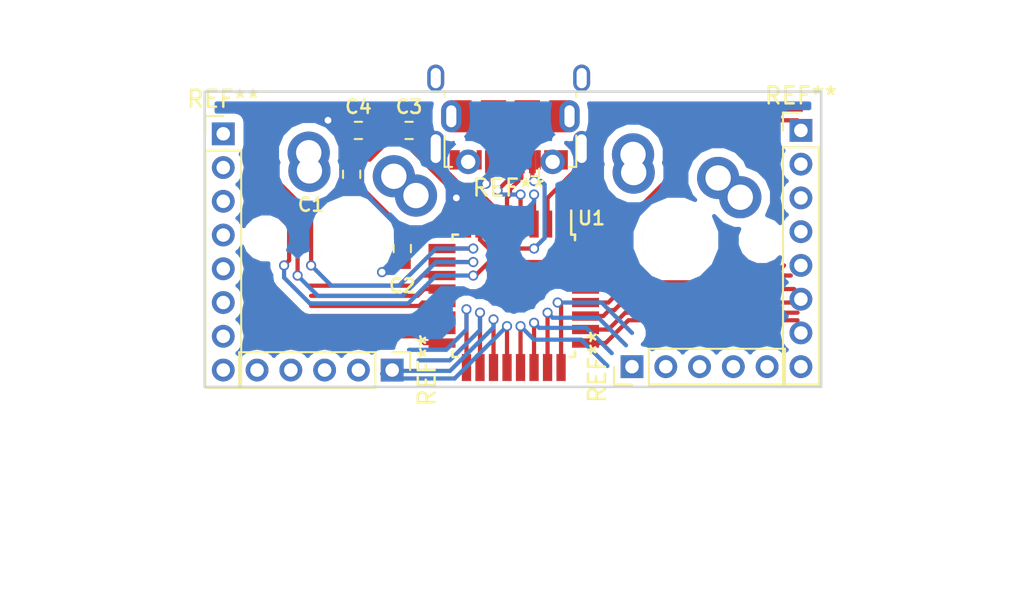
<source format=kicad_pcb>
(kicad_pcb (version 4) (host pcbnew 4.0.7)

  (general
    (links 0)
    (no_connects 5)
    (area -0.075001 -0.075001 36.575001 17.575001)
    (thickness 1.6)
    (drawings 4)
    (tracks 219)
    (zones 0)
    (modules 13)
    (nets 34)
  )

  (page A4)
  (layers
    (0 F.Cu signal)
    (31 B.Cu signal)
    (32 B.Adhes user)
    (33 F.Adhes user)
    (34 B.Paste user)
    (35 F.Paste user)
    (36 B.SilkS user)
    (37 F.SilkS user)
    (38 B.Mask user)
    (39 F.Mask user)
    (40 Dwgs.User user)
    (41 Cmts.User user)
    (42 Eco1.User user)
    (43 Eco2.User user)
    (44 Edge.Cuts user)
    (45 Margin user)
    (46 B.CrtYd user)
    (47 F.CrtYd user)
    (48 B.Fab user)
    (49 F.Fab user)
  )

  (setup
    (last_trace_width 0.25)
    (trace_clearance 0.2)
    (zone_clearance 0.508)
    (zone_45_only no)
    (trace_min 0.2)
    (segment_width 0.2)
    (edge_width 0.15)
    (via_size 0.6)
    (via_drill 0.4)
    (via_min_size 0.4)
    (via_min_drill 0.3)
    (uvia_size 0.3)
    (uvia_drill 0.1)
    (uvias_allowed no)
    (uvia_min_size 0.2)
    (uvia_min_drill 0.1)
    (pcb_text_width 0.3)
    (pcb_text_size 1.5 1.5)
    (mod_edge_width 0.15)
    (mod_text_size 1 1)
    (mod_text_width 0.15)
    (pad_size 1.524 1.524)
    (pad_drill 0.762)
    (pad_to_mask_clearance 0.2)
    (aux_axis_origin 0 0)
    (visible_elements FFFEFF7F)
    (pcbplotparams
      (layerselection 0x00030_80000001)
      (usegerberextensions false)
      (excludeedgelayer true)
      (linewidth 0.100000)
      (plotframeref false)
      (viasonmask false)
      (mode 1)
      (useauxorigin false)
      (hpglpennumber 1)
      (hpglpenspeed 20)
      (hpglpendiameter 15)
      (hpglpenoverlay 2)
      (psnegative false)
      (psa4output false)
      (plotreference true)
      (plotvalue true)
      (plotinvisibletext false)
      (padsonsilk false)
      (subtractmaskfromsilk false)
      (outputformat 1)
      (mirror false)
      (drillshape 1)
      (scaleselection 1)
      (outputdirectory ""))
  )

  (net 0 "")
  (net 1 "Net-(C1-Pad1)")
  (net 2 GND)
  (net 3 +3V3)
  (net 4 "Net-(J1-Pad6)")
  (net 5 "Net-(J1-Pad2)")
  (net 6 "Net-(J1-Pad4)")
  (net 7 "Net-(J1-Pad3)")
  (net 8 "Net-(U1-Pad1)")
  (net 9 "Net-(U1-Pad2)")
  (net 10 "Net-(U1-Pad9)")
  (net 11 "Net-(U1-Pad10)")
  (net 12 "Net-(U1-Pad11)")
  (net 13 "Net-(U1-Pad12)")
  (net 14 "Net-(U1-Pad13)")
  (net 15 "Net-(U1-Pad14)")
  (net 16 "Net-(U1-Pad15)")
  (net 17 "Net-(U1-Pad16)")
  (net 18 "Net-(U1-Pad17)")
  (net 19 "Net-(U1-Pad18)")
  (net 20 "Net-(U1-Pad19)")
  (net 21 "Net-(U1-Pad20)")
  (net 22 "Net-(U1-Pad21)")
  (net 23 "Net-(U1-Pad22)")
  (net 24 "Net-(U1-Pad23)")
  (net 25 "Net-(U1-Pad24)")
  (net 26 "Net-(U1-Pad25)")
  (net 27 "Net-(U1-Pad26)")
  (net 28 "Net-(U1-Pad27)")
  (net 29 "Net-(U1-Pad28)")
  (net 30 "Net-(U1-Pad29)")
  (net 31 "Net-(U1-Pad30)")
  (net 32 "Net-(U1-Pad31)")
  (net 33 "Net-(U1-Pad32)")

  (net_class Default "This is the default net class."
    (clearance 0.2)
    (trace_width 0.25)
    (via_dia 0.6)
    (via_drill 0.4)
    (uvia_dia 0.3)
    (uvia_drill 0.1)
    (add_net +3V3)
    (add_net GND)
    (add_net "Net-(C1-Pad1)")
    (add_net "Net-(J1-Pad2)")
    (add_net "Net-(J1-Pad3)")
    (add_net "Net-(J1-Pad4)")
    (add_net "Net-(J1-Pad6)")
    (add_net "Net-(U1-Pad1)")
    (add_net "Net-(U1-Pad10)")
    (add_net "Net-(U1-Pad11)")
    (add_net "Net-(U1-Pad12)")
    (add_net "Net-(U1-Pad13)")
    (add_net "Net-(U1-Pad14)")
    (add_net "Net-(U1-Pad15)")
    (add_net "Net-(U1-Pad16)")
    (add_net "Net-(U1-Pad17)")
    (add_net "Net-(U1-Pad18)")
    (add_net "Net-(U1-Pad19)")
    (add_net "Net-(U1-Pad2)")
    (add_net "Net-(U1-Pad20)")
    (add_net "Net-(U1-Pad21)")
    (add_net "Net-(U1-Pad22)")
    (add_net "Net-(U1-Pad23)")
    (add_net "Net-(U1-Pad24)")
    (add_net "Net-(U1-Pad25)")
    (add_net "Net-(U1-Pad26)")
    (add_net "Net-(U1-Pad27)")
    (add_net "Net-(U1-Pad28)")
    (add_net "Net-(U1-Pad29)")
    (add_net "Net-(U1-Pad30)")
    (add_net "Net-(U1-Pad31)")
    (add_net "Net-(U1-Pad32)")
    (add_net "Net-(U1-Pad9)")
  )

  (module Connector_PinHeader_2.00mm:PinHeader_1x05_P2.00mm_Vertical (layer F.Cu) (tedit 59FED667) (tstamp 5A78F06D)
    (at 11.1 16.5 270)
    (descr "Through hole straight pin header, 1x05, 2.00mm pitch, single row")
    (tags "Through hole pin header THT 1x05 2.00mm single row")
    (fp_text reference REF** (at 0 -2.06 270) (layer F.SilkS)
      (effects (font (size 1 1) (thickness 0.15)))
    )
    (fp_text value PinHeader_1x05_P2.00mm_Vertical (at 0 10.06 270) (layer F.Fab)
      (effects (font (size 1 1) (thickness 0.15)))
    )
    (fp_line (start -0.5 -1) (end 1 -1) (layer F.Fab) (width 0.1))
    (fp_line (start 1 -1) (end 1 9) (layer F.Fab) (width 0.1))
    (fp_line (start 1 9) (end -1 9) (layer F.Fab) (width 0.1))
    (fp_line (start -1 9) (end -1 -0.5) (layer F.Fab) (width 0.1))
    (fp_line (start -1 -0.5) (end -0.5 -1) (layer F.Fab) (width 0.1))
    (fp_line (start -1.06 9.06) (end 1.06 9.06) (layer F.SilkS) (width 0.12))
    (fp_line (start -1.06 1) (end -1.06 9.06) (layer F.SilkS) (width 0.12))
    (fp_line (start 1.06 1) (end 1.06 9.06) (layer F.SilkS) (width 0.12))
    (fp_line (start -1.06 1) (end 1.06 1) (layer F.SilkS) (width 0.12))
    (fp_line (start -1.06 0) (end -1.06 -1.06) (layer F.SilkS) (width 0.12))
    (fp_line (start -1.06 -1.06) (end 0 -1.06) (layer F.SilkS) (width 0.12))
    (fp_line (start -1.5 -1.5) (end -1.5 9.5) (layer F.CrtYd) (width 0.05))
    (fp_line (start -1.5 9.5) (end 1.5 9.5) (layer F.CrtYd) (width 0.05))
    (fp_line (start 1.5 9.5) (end 1.5 -1.5) (layer F.CrtYd) (width 0.05))
    (fp_line (start 1.5 -1.5) (end -1.5 -1.5) (layer F.CrtYd) (width 0.05))
    (fp_text user %R (at 0 4 360) (layer F.Fab)
      (effects (font (size 1 1) (thickness 0.15)))
    )
    (pad 1 thru_hole rect (at 0 0 270) (size 1.35 1.35) (drill 0.8) (layers *.Cu *.Mask))
    (pad 2 thru_hole oval (at 0 2 270) (size 1.35 1.35) (drill 0.8) (layers *.Cu *.Mask))
    (pad 3 thru_hole oval (at 0 4 270) (size 1.35 1.35) (drill 0.8) (layers *.Cu *.Mask))
    (pad 4 thru_hole oval (at 0 6 270) (size 1.35 1.35) (drill 0.8) (layers *.Cu *.Mask))
    (pad 5 thru_hole oval (at 0 8 270) (size 1.35 1.35) (drill 0.8) (layers *.Cu *.Mask))
    (model ${KISYS3DMOD}/Connector_PinHeader_2.00mm.3dshapes/PinHeader_1x05_P2.00mm_Vertical.wrl
      (at (xyz 0 0 0))
      (scale (xyz 1 1 1))
      (rotate (xyz 0 0 0))
    )
  )

  (module Connector_PinHeader_2.00mm:PinHeader_1x08_P2.00mm_Vertical (layer F.Cu) (tedit 59FED667) (tstamp 5A78F062)
    (at 1.1 2.5)
    (descr "Through hole straight pin header, 1x08, 2.00mm pitch, single row")
    (tags "Through hole pin header THT 1x08 2.00mm single row")
    (fp_text reference REF** (at 0 -2.06) (layer F.SilkS)
      (effects (font (size 1 1) (thickness 0.15)))
    )
    (fp_text value PinHeader_1x08_P2.00mm_Vertical (at 0 16.06) (layer F.Fab)
      (effects (font (size 1 1) (thickness 0.15)))
    )
    (fp_line (start -0.5 -1) (end 1 -1) (layer F.Fab) (width 0.1))
    (fp_line (start 1 -1) (end 1 15) (layer F.Fab) (width 0.1))
    (fp_line (start 1 15) (end -1 15) (layer F.Fab) (width 0.1))
    (fp_line (start -1 15) (end -1 -0.5) (layer F.Fab) (width 0.1))
    (fp_line (start -1 -0.5) (end -0.5 -1) (layer F.Fab) (width 0.1))
    (fp_line (start -1.06 15.06) (end 1.06 15.06) (layer F.SilkS) (width 0.12))
    (fp_line (start -1.06 1) (end -1.06 15.06) (layer F.SilkS) (width 0.12))
    (fp_line (start 1.06 1) (end 1.06 15.06) (layer F.SilkS) (width 0.12))
    (fp_line (start -1.06 1) (end 1.06 1) (layer F.SilkS) (width 0.12))
    (fp_line (start -1.06 0) (end -1.06 -1.06) (layer F.SilkS) (width 0.12))
    (fp_line (start -1.06 -1.06) (end 0 -1.06) (layer F.SilkS) (width 0.12))
    (fp_line (start -1.5 -1.5) (end -1.5 15.5) (layer F.CrtYd) (width 0.05))
    (fp_line (start -1.5 15.5) (end 1.5 15.5) (layer F.CrtYd) (width 0.05))
    (fp_line (start 1.5 15.5) (end 1.5 -1.5) (layer F.CrtYd) (width 0.05))
    (fp_line (start 1.5 -1.5) (end -1.5 -1.5) (layer F.CrtYd) (width 0.05))
    (fp_text user %R (at 0 7 90) (layer F.Fab)
      (effects (font (size 1 1) (thickness 0.15)))
    )
    (pad 1 thru_hole rect (at 0 0) (size 1.35 1.35) (drill 0.8) (layers *.Cu *.Mask))
    (pad 2 thru_hole oval (at 0 2) (size 1.35 1.35) (drill 0.8) (layers *.Cu *.Mask))
    (pad 3 thru_hole oval (at 0 4) (size 1.35 1.35) (drill 0.8) (layers *.Cu *.Mask))
    (pad 4 thru_hole oval (at 0 6) (size 1.35 1.35) (drill 0.8) (layers *.Cu *.Mask))
    (pad 5 thru_hole oval (at 0 8) (size 1.35 1.35) (drill 0.8) (layers *.Cu *.Mask))
    (pad 6 thru_hole oval (at 0 10) (size 1.35 1.35) (drill 0.8) (layers *.Cu *.Mask))
    (pad 7 thru_hole oval (at 0 12) (size 1.35 1.35) (drill 0.8) (layers *.Cu *.Mask))
    (pad 8 thru_hole oval (at 0 14) (size 1.35 1.35) (drill 0.8) (layers *.Cu *.Mask))
    (model ${KISYS3DMOD}/Connector_PinHeader_2.00mm.3dshapes/PinHeader_1x08_P2.00mm_Vertical.wrl
      (at (xyz 0 0 0))
      (scale (xyz 1 1 1))
      (rotate (xyz 0 0 0))
    )
  )

  (module key_switch:Cherry_MX_Matias_No_Silk_Border (layer F.Cu) (tedit 5A777BF6) (tstamp 5A788797)
    (at 27.9 8.8)
    (tags switch)
    (fp_text reference K1_1 (at 0 6) (layer Cmts.User)
      (effects (font (thickness 0.3048)))
    )
    (fp_text value SW_PUSH (at 1 3.5) (layer B.Fab) hide
      (effects (font (thickness 0.3048)) (justify mirror))
    )
    (pad "" np_thru_hole circle (at 5.08 0) (size 1.7 1.7) (drill 1.7) (layers *.Cu *.Mask F.SilkS))
    (pad 2 thru_hole circle (at 2.5 -3.683) (size 2.5 2.5) (drill 1.5) (layers *.Cu *.Mask))
    (pad 2 thru_hole circle (at 3.81 -2.54) (size 2.5 2.5) (drill 1.5) (layers *.Cu *.Mask))
    (pad "" np_thru_hole circle (at 0 0) (size 4 4) (drill 4) (layers *.Cu *.Mask F.SilkS))
    (pad 1 thru_hole circle (at -2.54 -5.08) (size 2.5 2.5) (drill 1.5) (layers *.Cu *.Mask))
    (pad 1 thru_hole circle (at -2.5 -4) (size 2.5 2.5) (drill 1.5) (layers *.Cu *.Mask))
    (model cherry_mx1.wrl
      (at (xyz 0 0 0))
      (scale (xyz 1 1 1))
      (rotate (xyz 0 0 0))
    )
  )

  (module Capacitor_SMD:C_0603_1608Metric (layer F.Cu) (tedit 5A77850B) (tstamp 5A788962)
    (at 8.7 4.9 90)
    (descr "Capacitor SMD 0603 (1608 Metric), square (rectangular) end terminal, IPC_7351 nominal, (Body size source: http://www.tortai-tech.com/upload/download/2011102023233369053.pdf), generated with kicad-footprint-generator")
    (tags capacitor)
    (path /5A7785CB)
    (attr smd)
    (fp_text reference C1 (at -1.8 -2.4 180) (layer F.SilkS)
      (effects (font (size 0.8 0.8) (thickness 0.15)))
    )
    (fp_text value C (at 0 1.65 90) (layer F.Fab)
      (effects (font (size 1 1) (thickness 0.15)))
    )
    (fp_line (start -0.8 0.4) (end -0.8 -0.4) (layer F.Fab) (width 0.1))
    (fp_line (start -0.8 -0.4) (end 0.8 -0.4) (layer F.Fab) (width 0.1))
    (fp_line (start 0.8 -0.4) (end 0.8 0.4) (layer F.Fab) (width 0.1))
    (fp_line (start 0.8 0.4) (end -0.8 0.4) (layer F.Fab) (width 0.1))
    (fp_line (start -0.22 -0.51) (end 0.22 -0.51) (layer F.SilkS) (width 0.12))
    (fp_line (start -0.22 0.51) (end 0.22 0.51) (layer F.SilkS) (width 0.12))
    (fp_line (start -1.46 0.75) (end -1.46 -0.75) (layer F.CrtYd) (width 0.05))
    (fp_line (start -1.46 -0.75) (end 1.46 -0.75) (layer F.CrtYd) (width 0.05))
    (fp_line (start 1.46 -0.75) (end 1.46 0.75) (layer F.CrtYd) (width 0.05))
    (fp_line (start 1.46 0.75) (end -1.46 0.75) (layer F.CrtYd) (width 0.05))
    (fp_text user %R (at 0 0 90) (layer F.Fab)
      (effects (font (size 0.5 0.5) (thickness 0.08)))
    )
    (pad 1 smd rect (at -0.875 0 90) (size 0.67 1) (layers F.Cu F.Paste F.Mask)
      (net 1 "Net-(C1-Pad1)"))
    (pad 2 smd rect (at 0.875 0 90) (size 0.67 1) (layers F.Cu F.Paste F.Mask)
      (net 2 GND))
    (model ${KISYS3DMOD}/Capacitor_SMD.3dshapes/C_0603_1608Metric.wrl
      (at (xyz 0 0 0))
      (scale (xyz 1 1 1))
      (rotate (xyz 0 0 0))
    )
  )

  (module Capacitor_SMD:C_0603_1608Metric (layer F.Cu) (tedit 5A778515) (tstamp 5A788951)
    (at 11.7 9.3 270)
    (descr "Capacitor SMD 0603 (1608 Metric), square (rectangular) end terminal, IPC_7351 nominal, (Body size source: http://www.tortai-tech.com/upload/download/2011102023233369053.pdf), generated with kicad-footprint-generator")
    (tags capacitor)
    (path /5A77855E)
    (attr smd)
    (fp_text reference C2 (at 2.2 0 360) (layer F.SilkS)
      (effects (font (size 0.8 0.8) (thickness 0.15)))
    )
    (fp_text value C (at 0 1.65 270) (layer F.Fab)
      (effects (font (size 1 1) (thickness 0.15)))
    )
    (fp_line (start -0.8 0.4) (end -0.8 -0.4) (layer F.Fab) (width 0.1))
    (fp_line (start -0.8 -0.4) (end 0.8 -0.4) (layer F.Fab) (width 0.1))
    (fp_line (start 0.8 -0.4) (end 0.8 0.4) (layer F.Fab) (width 0.1))
    (fp_line (start 0.8 0.4) (end -0.8 0.4) (layer F.Fab) (width 0.1))
    (fp_line (start -0.22 -0.51) (end 0.22 -0.51) (layer F.SilkS) (width 0.12))
    (fp_line (start -0.22 0.51) (end 0.22 0.51) (layer F.SilkS) (width 0.12))
    (fp_line (start -1.46 0.75) (end -1.46 -0.75) (layer F.CrtYd) (width 0.05))
    (fp_line (start -1.46 -0.75) (end 1.46 -0.75) (layer F.CrtYd) (width 0.05))
    (fp_line (start 1.46 -0.75) (end 1.46 0.75) (layer F.CrtYd) (width 0.05))
    (fp_line (start 1.46 0.75) (end -1.46 0.75) (layer F.CrtYd) (width 0.05))
    (fp_text user %R (at 0 0 270) (layer F.Fab)
      (effects (font (size 0.5 0.5) (thickness 0.08)))
    )
    (pad 1 smd rect (at -0.875 0 270) (size 0.67 1) (layers F.Cu F.Paste F.Mask)
      (net 1 "Net-(C1-Pad1)"))
    (pad 2 smd rect (at 0.875 0 270) (size 0.67 1) (layers F.Cu F.Paste F.Mask)
      (net 2 GND))
    (model ${KISYS3DMOD}/Capacitor_SMD.3dshapes/C_0603_1608Metric.wrl
      (at (xyz 0 0 0))
      (scale (xyz 1 1 1))
      (rotate (xyz 0 0 0))
    )
  )

  (module Capacitor_SMD:C_0603_1608Metric (layer F.Cu) (tedit 5A778505) (tstamp 5A78892F)
    (at 9.1 2.3 180)
    (descr "Capacitor SMD 0603 (1608 Metric), square (rectangular) end terminal, IPC_7351 nominal, (Body size source: http://www.tortai-tech.com/upload/download/2011102023233369053.pdf), generated with kicad-footprint-generator")
    (tags capacitor)
    (path /5A778845)
    (attr smd)
    (fp_text reference C4 (at 0 1.4 180) (layer F.SilkS)
      (effects (font (size 0.8 0.8) (thickness 0.15)))
    )
    (fp_text value C (at 0 1.65 180) (layer F.Fab)
      (effects (font (size 1 1) (thickness 0.15)))
    )
    (fp_line (start -0.8 0.4) (end -0.8 -0.4) (layer F.Fab) (width 0.1))
    (fp_line (start -0.8 -0.4) (end 0.8 -0.4) (layer F.Fab) (width 0.1))
    (fp_line (start 0.8 -0.4) (end 0.8 0.4) (layer F.Fab) (width 0.1))
    (fp_line (start 0.8 0.4) (end -0.8 0.4) (layer F.Fab) (width 0.1))
    (fp_line (start -0.22 -0.51) (end 0.22 -0.51) (layer F.SilkS) (width 0.12))
    (fp_line (start -0.22 0.51) (end 0.22 0.51) (layer F.SilkS) (width 0.12))
    (fp_line (start -1.46 0.75) (end -1.46 -0.75) (layer F.CrtYd) (width 0.05))
    (fp_line (start -1.46 -0.75) (end 1.46 -0.75) (layer F.CrtYd) (width 0.05))
    (fp_line (start 1.46 -0.75) (end 1.46 0.75) (layer F.CrtYd) (width 0.05))
    (fp_line (start 1.46 0.75) (end -1.46 0.75) (layer F.CrtYd) (width 0.05))
    (fp_text user %R (at 0 0 180) (layer F.Fab)
      (effects (font (size 0.5 0.5) (thickness 0.08)))
    )
    (pad 1 smd rect (at -0.875 0 180) (size 0.67 1) (layers F.Cu F.Paste F.Mask)
      (net 3 +3V3))
    (pad 2 smd rect (at 0.875 0 180) (size 0.67 1) (layers F.Cu F.Paste F.Mask)
      (net 2 GND))
    (model ${KISYS3DMOD}/Capacitor_SMD.3dshapes/C_0603_1608Metric.wrl
      (at (xyz 0 0 0))
      (scale (xyz 1 1 1))
      (rotate (xyz 0 0 0))
    )
  )

  (module key_switch:Cherry_MX_Matias_No_Silk_Border (layer F.Cu) (tedit 5A777BF1) (tstamp 5A7887CF)
    (at 8.7 8.7)
    (tags switch)
    (fp_text reference K1_1 (at 0 6) (layer Cmts.User)
      (effects (font (thickness 0.3048)))
    )
    (fp_text value SW_PUSH (at 1 3.5) (layer B.Fab) hide
      (effects (font (thickness 0.3048)) (justify mirror))
    )
    (pad 2 thru_hole circle (at 2.5 -3.683) (size 2.5 2.5) (drill 1.5) (layers *.Cu *.Mask))
    (pad 2 thru_hole circle (at 3.81 -2.54) (size 2.5 2.5) (drill 1.5) (layers *.Cu *.Mask))
    (pad "" np_thru_hole circle (at 0 0) (size 4 4) (drill 4) (layers *.Cu *.Mask F.SilkS))
    (pad "" np_thru_hole circle (at -5.08 0) (size 1.7 1.7) (drill 1.7) (layers *.Cu *.Mask F.SilkS))
    (pad 1 thru_hole circle (at -2.54 -5.08) (size 2.5 2.5) (drill 1.5) (layers *.Cu *.Mask))
    (pad 1 thru_hole circle (at -2.5 -4) (size 2.5 2.5) (drill 1.5) (layers *.Cu *.Mask))
    (model cherry_mx1.wrl
      (at (xyz 0 0 0))
      (scale (xyz 1 1 1))
      (rotate (xyz 0 0 0))
    )
  )

  (module Capacitor_SMD:C_0603_1608Metric (layer F.Cu) (tedit 5A7784FE) (tstamp 5A786A05)
    (at 12.1 2.3 180)
    (descr "Capacitor SMD 0603 (1608 Metric), square (rectangular) end terminal, IPC_7351 nominal, (Body size source: http://www.tortai-tech.com/upload/download/2011102023233369053.pdf), generated with kicad-footprint-generator")
    (tags capacitor)
    (path /5A77884B)
    (attr smd)
    (fp_text reference C3 (at 0 1.4 180) (layer F.SilkS)
      (effects (font (size 0.8 0.8) (thickness 0.15)))
    )
    (fp_text value C (at 0 1.65 180) (layer F.Fab)
      (effects (font (size 1 1) (thickness 0.15)))
    )
    (fp_line (start -0.8 0.4) (end -0.8 -0.4) (layer F.Fab) (width 0.1))
    (fp_line (start -0.8 -0.4) (end 0.8 -0.4) (layer F.Fab) (width 0.1))
    (fp_line (start 0.8 -0.4) (end 0.8 0.4) (layer F.Fab) (width 0.1))
    (fp_line (start 0.8 0.4) (end -0.8 0.4) (layer F.Fab) (width 0.1))
    (fp_line (start -0.22 -0.51) (end 0.22 -0.51) (layer F.SilkS) (width 0.12))
    (fp_line (start -0.22 0.51) (end 0.22 0.51) (layer F.SilkS) (width 0.12))
    (fp_line (start -1.46 0.75) (end -1.46 -0.75) (layer F.CrtYd) (width 0.05))
    (fp_line (start -1.46 -0.75) (end 1.46 -0.75) (layer F.CrtYd) (width 0.05))
    (fp_line (start 1.46 -0.75) (end 1.46 0.75) (layer F.CrtYd) (width 0.05))
    (fp_line (start 1.46 0.75) (end -1.46 0.75) (layer F.CrtYd) (width 0.05))
    (fp_text user %R (at 0 0 180) (layer F.Fab)
      (effects (font (size 0.5 0.5) (thickness 0.08)))
    )
    (pad 1 smd rect (at -0.875 0 180) (size 0.67 1) (layers F.Cu F.Paste F.Mask)
      (net 3 +3V3))
    (pad 2 smd rect (at 0.875 0 180) (size 0.67 1) (layers F.Cu F.Paste F.Mask)
      (net 2 GND))
    (model ${KISYS3DMOD}/Capacitor_SMD.3dshapes/C_0603_1608Metric.wrl
      (at (xyz 0 0 0))
      (scale (xyz 1 1 1))
      (rotate (xyz 0 0 0))
    )
  )

  (module Package_QFP:TQFP-32_7x7mm_P0.8mm (layer F.Cu) (tedit 5A77852F) (tstamp 5A7866B1)
    (at 18.3 12.1 270)
    (descr "32-Lead Plastic Thin Quad Flatpack (PT) - 7x7x1.0 mm Body, 2.00 mm [TQFP] (see Microchip Packaging Specification 00000049BS.pdf)")
    (tags "QFP 0.8")
    (path /5A7781E5)
    (attr smd)
    (fp_text reference U1 (at -4.6 -4.6 360) (layer F.SilkS)
      (effects (font (size 0.8 0.8) (thickness 0.15)))
    )
    (fp_text value EFM8UB2_32 (at 0 6.05 270) (layer F.Fab)
      (effects (font (size 1 1) (thickness 0.15)))
    )
    (fp_text user %R (at 0 0 270) (layer F.Fab)
      (effects (font (size 1 1) (thickness 0.15)))
    )
    (fp_line (start -2.5 -3.5) (end 3.5 -3.5) (layer F.Fab) (width 0.15))
    (fp_line (start 3.5 -3.5) (end 3.5 3.5) (layer F.Fab) (width 0.15))
    (fp_line (start 3.5 3.5) (end -3.5 3.5) (layer F.Fab) (width 0.15))
    (fp_line (start -3.5 3.5) (end -3.5 -2.5) (layer F.Fab) (width 0.15))
    (fp_line (start -3.5 -2.5) (end -2.5 -3.5) (layer F.Fab) (width 0.15))
    (fp_line (start -5.3 -5.3) (end -5.3 5.3) (layer F.CrtYd) (width 0.05))
    (fp_line (start 5.3 -5.3) (end 5.3 5.3) (layer F.CrtYd) (width 0.05))
    (fp_line (start -5.3 -5.3) (end 5.3 -5.3) (layer F.CrtYd) (width 0.05))
    (fp_line (start -5.3 5.3) (end 5.3 5.3) (layer F.CrtYd) (width 0.05))
    (fp_line (start -3.625 -3.625) (end -3.625 -3.4) (layer F.SilkS) (width 0.15))
    (fp_line (start 3.625 -3.625) (end 3.625 -3.3) (layer F.SilkS) (width 0.15))
    (fp_line (start 3.625 3.625) (end 3.625 3.3) (layer F.SilkS) (width 0.15))
    (fp_line (start -3.625 3.625) (end -3.625 3.3) (layer F.SilkS) (width 0.15))
    (fp_line (start -3.625 -3.625) (end -3.3 -3.625) (layer F.SilkS) (width 0.15))
    (fp_line (start -3.625 3.625) (end -3.3 3.625) (layer F.SilkS) (width 0.15))
    (fp_line (start 3.625 3.625) (end 3.3 3.625) (layer F.SilkS) (width 0.15))
    (fp_line (start 3.625 -3.625) (end 3.3 -3.625) (layer F.SilkS) (width 0.15))
    (fp_line (start -3.625 -3.4) (end -5.05 -3.4) (layer F.SilkS) (width 0.15))
    (pad 1 smd rect (at -4.25 -2.8 270) (size 1.6 0.55) (layers F.Cu F.Paste F.Mask)
      (net 8 "Net-(U1-Pad1)"))
    (pad 2 smd rect (at -4.25 -2 270) (size 1.6 0.55) (layers F.Cu F.Paste F.Mask)
      (net 9 "Net-(U1-Pad2)"))
    (pad 3 smd rect (at -4.25 -1.2 270) (size 1.6 0.55) (layers F.Cu F.Paste F.Mask)
      (net 2 GND))
    (pad 4 smd rect (at -4.25 -0.4 270) (size 1.6 0.55) (layers F.Cu F.Paste F.Mask)
      (net 7 "Net-(J1-Pad3)"))
    (pad 5 smd rect (at -4.25 0.4 270) (size 1.6 0.55) (layers F.Cu F.Paste F.Mask)
      (net 5 "Net-(J1-Pad2)"))
    (pad 6 smd rect (at -4.25 1.2 270) (size 1.6 0.55) (layers F.Cu F.Paste F.Mask)
      (net 3 +3V3))
    (pad 7 smd rect (at -4.25 2 270) (size 1.6 0.55) (layers F.Cu F.Paste F.Mask)
      (net 1 "Net-(C1-Pad1)"))
    (pad 8 smd rect (at -4.25 2.8 270) (size 1.6 0.55) (layers F.Cu F.Paste F.Mask)
      (net 1 "Net-(C1-Pad1)"))
    (pad 9 smd rect (at -2.8 4.25) (size 1.6 0.55) (layers F.Cu F.Paste F.Mask)
      (net 10 "Net-(U1-Pad9)"))
    (pad 10 smd rect (at -2 4.25) (size 1.6 0.55) (layers F.Cu F.Paste F.Mask)
      (net 11 "Net-(U1-Pad10)"))
    (pad 11 smd rect (at -1.2 4.25) (size 1.6 0.55) (layers F.Cu F.Paste F.Mask)
      (net 12 "Net-(U1-Pad11)"))
    (pad 12 smd rect (at -0.4 4.25) (size 1.6 0.55) (layers F.Cu F.Paste F.Mask)
      (net 13 "Net-(U1-Pad12)"))
    (pad 13 smd rect (at 0.4 4.25) (size 1.6 0.55) (layers F.Cu F.Paste F.Mask)
      (net 14 "Net-(U1-Pad13)"))
    (pad 14 smd rect (at 1.2 4.25) (size 1.6 0.55) (layers F.Cu F.Paste F.Mask)
      (net 15 "Net-(U1-Pad14)"))
    (pad 15 smd rect (at 2 4.25) (size 1.6 0.55) (layers F.Cu F.Paste F.Mask)
      (net 16 "Net-(U1-Pad15)"))
    (pad 16 smd rect (at 2.8 4.25) (size 1.6 0.55) (layers F.Cu F.Paste F.Mask)
      (net 17 "Net-(U1-Pad16)"))
    (pad 17 smd rect (at 4.25 2.8 270) (size 1.6 0.55) (layers F.Cu F.Paste F.Mask)
      (net 18 "Net-(U1-Pad17)"))
    (pad 18 smd rect (at 4.25 2 270) (size 1.6 0.55) (layers F.Cu F.Paste F.Mask)
      (net 19 "Net-(U1-Pad18)"))
    (pad 19 smd rect (at 4.25 1.2 270) (size 1.6 0.55) (layers F.Cu F.Paste F.Mask)
      (net 20 "Net-(U1-Pad19)"))
    (pad 20 smd rect (at 4.25 0.4 270) (size 1.6 0.55) (layers F.Cu F.Paste F.Mask)
      (net 21 "Net-(U1-Pad20)"))
    (pad 21 smd rect (at 4.25 -0.4 270) (size 1.6 0.55) (layers F.Cu F.Paste F.Mask)
      (net 22 "Net-(U1-Pad21)"))
    (pad 22 smd rect (at 4.25 -1.2 270) (size 1.6 0.55) (layers F.Cu F.Paste F.Mask)
      (net 23 "Net-(U1-Pad22)"))
    (pad 23 smd rect (at 4.25 -2 270) (size 1.6 0.55) (layers F.Cu F.Paste F.Mask)
      (net 24 "Net-(U1-Pad23)"))
    (pad 24 smd rect (at 4.25 -2.8 270) (size 1.6 0.55) (layers F.Cu F.Paste F.Mask)
      (net 25 "Net-(U1-Pad24)"))
    (pad 25 smd rect (at 2.8 -4.25) (size 1.6 0.55) (layers F.Cu F.Paste F.Mask)
      (net 26 "Net-(U1-Pad25)"))
    (pad 26 smd rect (at 2 -4.25) (size 1.6 0.55) (layers F.Cu F.Paste F.Mask)
      (net 27 "Net-(U1-Pad26)"))
    (pad 27 smd rect (at 1.2 -4.25) (size 1.6 0.55) (layers F.Cu F.Paste F.Mask)
      (net 28 "Net-(U1-Pad27)"))
    (pad 28 smd rect (at 0.4 -4.25) (size 1.6 0.55) (layers F.Cu F.Paste F.Mask)
      (net 29 "Net-(U1-Pad28)"))
    (pad 29 smd rect (at -0.4 -4.25) (size 1.6 0.55) (layers F.Cu F.Paste F.Mask)
      (net 30 "Net-(U1-Pad29)"))
    (pad 30 smd rect (at -1.2 -4.25) (size 1.6 0.55) (layers F.Cu F.Paste F.Mask)
      (net 31 "Net-(U1-Pad30)"))
    (pad 31 smd rect (at -2 -4.25) (size 1.6 0.55) (layers F.Cu F.Paste F.Mask)
      (net 32 "Net-(U1-Pad31)"))
    (pad 32 smd rect (at -2.8 -4.25) (size 1.6 0.55) (layers F.Cu F.Paste F.Mask)
      (net 33 "Net-(U1-Pad32)"))
    (model ${KISYS3DMOD}/Package_QFP.3dshapes/TQFP-32_7x7mm_P0.8mm.wrl
      (at (xyz 0 0 0))
      (scale (xyz 1 1 1))
      (rotate (xyz 0 0 0))
    )
  )

  (module Connector_USB:USB_Micro-B_Molex-105017-0001 (layer F.Cu) (tedit 5A778522) (tstamp 5A782EA3)
    (at 18.1 2.7 180)
    (descr http://www.molex.com/pdm_docs/sd/1050170001_sd.pdf)
    (tags "Micro-USB SMD Typ-B")
    (path /5A77836B)
    (attr smd)
    (fp_text reference J1 (at 0 -0.4 180) (layer Dwgs.User)
      (effects (font (size 1 1) (thickness 0.15)))
    )
    (fp_text value USB_OTG (at 0.3 4.3375 180) (layer F.Fab)
      (effects (font (size 1 1) (thickness 0.15)))
    )
    (fp_text user "PCB Edge" (at 0 2.6875 180) (layer Dwgs.User)
      (effects (font (size 0.5 0.5) (thickness 0.08)))
    )
    (fp_text user %R (at 0 0.8875 180) (layer F.Fab)
      (effects (font (size 1 1) (thickness 0.15)))
    )
    (fp_line (start -4.4 3.64) (end 4.4 3.64) (layer F.CrtYd) (width 0.05))
    (fp_line (start 4.4 -2.46) (end 4.4 3.64) (layer F.CrtYd) (width 0.05))
    (fp_line (start -4.4 -2.46) (end 4.4 -2.46) (layer F.CrtYd) (width 0.05))
    (fp_line (start -4.4 3.64) (end -4.4 -2.46) (layer F.CrtYd) (width 0.05))
    (fp_line (start -3.9 -1.7625) (end -3.45 -1.7625) (layer F.SilkS) (width 0.12))
    (fp_line (start -3.9 0.0875) (end -3.9 -1.7625) (layer F.SilkS) (width 0.12))
    (fp_line (start 3.9 2.6375) (end 3.9 2.3875) (layer F.SilkS) (width 0.12))
    (fp_line (start 3.75 3.3875) (end 3.75 -1.6125) (layer F.Fab) (width 0.1))
    (fp_line (start -3 2.689204) (end 3 2.689204) (layer F.Fab) (width 0.1))
    (fp_line (start -3.75 3.389204) (end 3.75 3.389204) (layer F.Fab) (width 0.1))
    (fp_line (start -3.75 -1.6125) (end 3.75 -1.6125) (layer F.Fab) (width 0.1))
    (fp_line (start -3.75 3.3875) (end -3.75 -1.6125) (layer F.Fab) (width 0.1))
    (fp_line (start -3.9 2.6375) (end -3.9 2.3875) (layer F.SilkS) (width 0.12))
    (fp_line (start 3.9 0.0875) (end 3.9 -1.7625) (layer F.SilkS) (width 0.12))
    (fp_line (start 3.9 -1.7625) (end 3.45 -1.7625) (layer F.SilkS) (width 0.12))
    (fp_line (start -1.7 -2.3125) (end -1.25 -2.3125) (layer F.SilkS) (width 0.12))
    (fp_line (start -1.7 -2.3125) (end -1.7 -1.8625) (layer F.SilkS) (width 0.12))
    (fp_line (start -1.3 -1.7125) (end -1.5 -1.9125) (layer F.Fab) (width 0.1))
    (fp_line (start -1.1 -1.9125) (end -1.3 -1.7125) (layer F.Fab) (width 0.1))
    (fp_line (start -1.5 -2.1225) (end -1.1 -2.1225) (layer F.Fab) (width 0.1))
    (fp_line (start -1.5 -2.1225) (end -1.5 -1.9125) (layer F.Fab) (width 0.1))
    (fp_line (start -1.1 -2.1225) (end -1.1 -1.9125) (layer F.Fab) (width 0.1))
    (pad 6 smd rect (at 1 1.2375 180) (size 1.5 1.9) (layers F.Cu F.Paste F.Mask)
      (net 4 "Net-(J1-Pad6)"))
    (pad 6 thru_hole circle (at -2.5 -1.4625 180) (size 1.45 1.45) (drill 0.85) (layers *.Cu *.Mask)
      (net 4 "Net-(J1-Pad6)"))
    (pad 2 smd rect (at -0.65 -1.4625 180) (size 0.4 1.35) (layers F.Cu F.Paste F.Mask)
      (net 5 "Net-(J1-Pad2)"))
    (pad 1 smd rect (at -1.3 -1.4625 180) (size 0.4 1.35) (layers F.Cu F.Paste F.Mask)
      (net 1 "Net-(C1-Pad1)"))
    (pad 5 smd rect (at 1.3 -1.4625 180) (size 0.4 1.35) (layers F.Cu F.Paste F.Mask)
      (net 2 GND))
    (pad 4 smd rect (at 0.65 -1.4625 180) (size 0.4 1.35) (layers F.Cu F.Paste F.Mask)
      (net 6 "Net-(J1-Pad4)"))
    (pad 3 smd rect (at 0 -1.4625 180) (size 0.4 1.35) (layers F.Cu F.Paste F.Mask)
      (net 7 "Net-(J1-Pad3)"))
    (pad 6 thru_hole circle (at 2.5 -1.4625 180) (size 1.45 1.45) (drill 0.85) (layers *.Cu *.Mask)
      (net 4 "Net-(J1-Pad6)"))
    (pad 6 smd rect (at -1 1.2375 180) (size 1.5 1.9) (layers F.Cu F.Paste F.Mask)
      (net 4 "Net-(J1-Pad6)"))
    (pad 6 thru_hole oval (at -3.5 1.2375) (size 1.2 1.9) (drill oval 0.6 1.3) (layers *.Cu *.Mask)
      (net 4 "Net-(J1-Pad6)"))
    (pad 6 thru_hole oval (at 3.5 1.2375 180) (size 1.2 1.9) (drill oval 0.6 1.3) (layers *.Cu *.Mask)
      (net 4 "Net-(J1-Pad6)"))
    (pad 6 smd rect (at 2.9 1.2375 180) (size 1.2 1.9) (layers F.Cu F.Mask)
      (net 4 "Net-(J1-Pad6)"))
    (pad 6 smd rect (at -2.9 1.2375 180) (size 1.2 1.9) (layers F.Cu F.Mask)
      (net 4 "Net-(J1-Pad6)"))
    (model ${KISYS3DMOD}/Connector_USB.3dshapes/USB_Micro-B_Molex-105017-0001.wrl
      (at (xyz 0 0 0))
      (scale (xyz 1 1 1))
      (rotate (xyz 0 0 0))
    )
  )

  (module Connector_PinHeader_2.00mm:PinHeader_1x08_P2.00mm_Vertical (layer F.Cu) (tedit 59FED667) (tstamp 5A78EFFB)
    (at 35.3 2.3)
    (descr "Through hole straight pin header, 1x08, 2.00mm pitch, single row")
    (tags "Through hole pin header THT 1x08 2.00mm single row")
    (fp_text reference REF** (at 0 -2.06) (layer F.SilkS)
      (effects (font (size 1 1) (thickness 0.15)))
    )
    (fp_text value PinHeader_1x08_P2.00mm_Vertical (at 0 16.06) (layer F.Fab)
      (effects (font (size 1 1) (thickness 0.15)))
    )
    (fp_line (start -0.5 -1) (end 1 -1) (layer F.Fab) (width 0.1))
    (fp_line (start 1 -1) (end 1 15) (layer F.Fab) (width 0.1))
    (fp_line (start 1 15) (end -1 15) (layer F.Fab) (width 0.1))
    (fp_line (start -1 15) (end -1 -0.5) (layer F.Fab) (width 0.1))
    (fp_line (start -1 -0.5) (end -0.5 -1) (layer F.Fab) (width 0.1))
    (fp_line (start -1.06 15.06) (end 1.06 15.06) (layer F.SilkS) (width 0.12))
    (fp_line (start -1.06 1) (end -1.06 15.06) (layer F.SilkS) (width 0.12))
    (fp_line (start 1.06 1) (end 1.06 15.06) (layer F.SilkS) (width 0.12))
    (fp_line (start -1.06 1) (end 1.06 1) (layer F.SilkS) (width 0.12))
    (fp_line (start -1.06 0) (end -1.06 -1.06) (layer F.SilkS) (width 0.12))
    (fp_line (start -1.06 -1.06) (end 0 -1.06) (layer F.SilkS) (width 0.12))
    (fp_line (start -1.5 -1.5) (end -1.5 15.5) (layer F.CrtYd) (width 0.05))
    (fp_line (start -1.5 15.5) (end 1.5 15.5) (layer F.CrtYd) (width 0.05))
    (fp_line (start 1.5 15.5) (end 1.5 -1.5) (layer F.CrtYd) (width 0.05))
    (fp_line (start 1.5 -1.5) (end -1.5 -1.5) (layer F.CrtYd) (width 0.05))
    (fp_text user %R (at 0 7 90) (layer F.Fab)
      (effects (font (size 1 1) (thickness 0.15)))
    )
    (pad 1 thru_hole rect (at 0 0) (size 1.35 1.35) (drill 0.8) (layers *.Cu *.Mask))
    (pad 2 thru_hole oval (at 0 2) (size 1.35 1.35) (drill 0.8) (layers *.Cu *.Mask))
    (pad 3 thru_hole oval (at 0 4) (size 1.35 1.35) (drill 0.8) (layers *.Cu *.Mask))
    (pad 4 thru_hole oval (at 0 6) (size 1.35 1.35) (drill 0.8) (layers *.Cu *.Mask))
    (pad 5 thru_hole oval (at 0 8) (size 1.35 1.35) (drill 0.8) (layers *.Cu *.Mask))
    (pad 6 thru_hole oval (at 0 10) (size 1.35 1.35) (drill 0.8) (layers *.Cu *.Mask))
    (pad 7 thru_hole oval (at 0 12) (size 1.35 1.35) (drill 0.8) (layers *.Cu *.Mask))
    (pad 8 thru_hole oval (at 0 14) (size 1.35 1.35) (drill 0.8) (layers *.Cu *.Mask))
    (model ${KISYS3DMOD}/Connector_PinHeader_2.00mm.3dshapes/PinHeader_1x08_P2.00mm_Vertical.wrl
      (at (xyz 0 0 0))
      (scale (xyz 1 1 1))
      (rotate (xyz 0 0 0))
    )
  )

  (module Connector_PinHeader_2.00mm:PinHeader_1x05_P2.00mm_Vertical (layer F.Cu) (tedit 59FED667) (tstamp 5A78F003)
    (at 25.3 16.3 90)
    (descr "Through hole straight pin header, 1x05, 2.00mm pitch, single row")
    (tags "Through hole pin header THT 1x05 2.00mm single row")
    (fp_text reference REF** (at 0 -2.06 90) (layer F.SilkS)
      (effects (font (size 1 1) (thickness 0.15)))
    )
    (fp_text value PinHeader_1x05_P2.00mm_Vertical (at 0 10.06 90) (layer F.Fab)
      (effects (font (size 1 1) (thickness 0.15)))
    )
    (fp_line (start -0.5 -1) (end 1 -1) (layer F.Fab) (width 0.1))
    (fp_line (start 1 -1) (end 1 9) (layer F.Fab) (width 0.1))
    (fp_line (start 1 9) (end -1 9) (layer F.Fab) (width 0.1))
    (fp_line (start -1 9) (end -1 -0.5) (layer F.Fab) (width 0.1))
    (fp_line (start -1 -0.5) (end -0.5 -1) (layer F.Fab) (width 0.1))
    (fp_line (start -1.06 9.06) (end 1.06 9.06) (layer F.SilkS) (width 0.12))
    (fp_line (start -1.06 1) (end -1.06 9.06) (layer F.SilkS) (width 0.12))
    (fp_line (start 1.06 1) (end 1.06 9.06) (layer F.SilkS) (width 0.12))
    (fp_line (start -1.06 1) (end 1.06 1) (layer F.SilkS) (width 0.12))
    (fp_line (start -1.06 0) (end -1.06 -1.06) (layer F.SilkS) (width 0.12))
    (fp_line (start -1.06 -1.06) (end 0 -1.06) (layer F.SilkS) (width 0.12))
    (fp_line (start -1.5 -1.5) (end -1.5 9.5) (layer F.CrtYd) (width 0.05))
    (fp_line (start -1.5 9.5) (end 1.5 9.5) (layer F.CrtYd) (width 0.05))
    (fp_line (start 1.5 9.5) (end 1.5 -1.5) (layer F.CrtYd) (width 0.05))
    (fp_line (start 1.5 -1.5) (end -1.5 -1.5) (layer F.CrtYd) (width 0.05))
    (fp_text user %R (at 0 4 180) (layer F.Fab)
      (effects (font (size 1 1) (thickness 0.15)))
    )
    (pad 1 thru_hole rect (at 0 0 90) (size 1.35 1.35) (drill 0.8) (layers *.Cu *.Mask))
    (pad 2 thru_hole oval (at 0 2 90) (size 1.35 1.35) (drill 0.8) (layers *.Cu *.Mask))
    (pad 3 thru_hole oval (at 0 4 90) (size 1.35 1.35) (drill 0.8) (layers *.Cu *.Mask))
    (pad 4 thru_hole oval (at 0 6 90) (size 1.35 1.35) (drill 0.8) (layers *.Cu *.Mask))
    (pad 5 thru_hole oval (at 0 8 90) (size 1.35 1.35) (drill 0.8) (layers *.Cu *.Mask))
    (model ${KISYS3DMOD}/Connector_PinHeader_2.00mm.3dshapes/PinHeader_1x05_P2.00mm_Vertical.wrl
      (at (xyz 0 0 0))
      (scale (xyz 1 1 1))
      (rotate (xyz 0 0 0))
    )
  )

  (module conn_usb:USB_TypeC_U31F-24SNA0201 (layer F.Cu) (tedit 5AA30455) (tstamp 5AE2B246)
    (at 18 -3.4 180)
    (descr http://www.dory-tech.com/UploadFiles/2017/0/2017080810353867631.pdf)
    (fp_text reference REF** (at 0 -9.1 180) (layer F.SilkS)
      (effects (font (size 1 1) (thickness 0.15)))
    )
    (fp_text value USB_TypeC_U31F-24SNA0201 (at 0.02 1.18 180) (layer F.Fab)
      (effects (font (size 1 1) (thickness 0.15)))
    )
    (fp_line (start 4.47 -7.35) (end -4.47 -7.35) (layer F.Fab) (width 0.1))
    (fp_line (start -4.47 -7.35) (end -4.47 0) (layer F.Fab) (width 0.1))
    (fp_line (start -4.47 0) (end 4.47 0) (layer F.Fab) (width 0.1))
    (fp_line (start 4.47 0) (end 4.47 -7.35) (layer F.Fab) (width 0.1))
    (fp_line (start -4.9 -1.45) (end 4.9 -1.45) (layer F.CrtYd) (width 0.1))
    (pad A6 smd rect (at -0.25 -7.445 180) (size 0.3 1.15) (layers F.Cu F.Paste F.Mask))
    (pad B1 smd rect (at 3.2 -7.445 180) (size 0.6 1.15) (layers F.Cu F.Paste F.Mask))
    (pad B4 smd rect (at 2.4 -7.445 180) (size 0.6 1.15) (layers F.Cu F.Paste F.Mask))
    (pad A4 smd rect (at -2.4 -7.445 180) (size 0.6 1.15) (layers F.Cu F.Paste F.Mask))
    (pad S1 thru_hole oval (at -4.32 -6.78 180) (size 1 2.1) (drill oval 0.6 1.7) (layers *.Cu *.Mask))
    (pad "" np_thru_hole circle (at -2.89 -6.28 180) (size 0.65 0.65) (drill 0.65) (layers *.Cu *.Mask)
      (zone_connect 0))
    (pad S1 thru_hole oval (at 4.32 -6.78 180) (size 1 2.1) (drill oval 0.6 1.7) (layers *.Cu *.Mask))
    (pad S1 thru_hole oval (at -4.32 -2.6 180) (size 1 1.6) (drill oval 0.6 1.2) (layers *.Cu *.Mask))
    (pad S1 thru_hole oval (at 4.32 -2.6 180) (size 1 1.6) (drill oval 0.6 1.2) (layers *.Cu *.Mask))
    (pad A1 smd rect (at -3.2 -7.445 180) (size 0.6 1.15) (layers F.Cu F.Paste F.Mask))
    (pad "" np_thru_hole circle (at 2.89 -6.28 180) (size 0.65 0.65) (drill 0.65) (layers *.Cu *.Mask)
      (zone_connect 0))
    (pad A7 smd rect (at 0.25 -7.445 180) (size 0.3 1.15) (layers F.Cu F.Paste F.Mask))
    (pad B6 smd rect (at 0.75 -7.445 180) (size 0.3 1.15) (layers F.Cu F.Paste F.Mask))
    (pad A8 smd rect (at 1.25 -7.445 180) (size 0.3 1.15) (layers F.Cu F.Paste F.Mask))
    (pad B5 smd rect (at 1.75 -7.445 180) (size 0.3 1.15) (layers F.Cu F.Paste F.Mask))
    (pad B7 smd rect (at -0.75 -7.445 180) (size 0.3 1.15) (layers F.Cu F.Paste F.Mask))
    (pad A5 smd rect (at -1.25 -7.445 180) (size 0.3 1.15) (layers F.Cu F.Paste F.Mask))
    (pad B8 smd rect (at -1.75 -7.445 180) (size 0.3 1.15) (layers F.Cu F.Paste F.Mask))
  )

  (gr_line (start 0 0) (end 0 17.5) (layer Edge.Cuts) (width 0.15))
  (gr_line (start 36.5 17.5) (end 0 17.5) (layer Edge.Cuts) (width 0.15))
  (gr_line (start 36.5 0) (end 36.5 17.5) (layer Edge.Cuts) (width 0.15))
  (gr_line (start 0 0) (end 36.5 0) (layer Edge.Cuts) (width 0.15))

  (segment (start 11.195557 16.204443) (end 11.091114 16.1) (width 0.25) (layer F.Cu) (net 0))
  (segment (start 19.5 9.3) (end 16.825002 9.3) (width 0.25) (layer F.Cu) (net 1))
  (segment (start 16.825002 9.3) (end 16.3 8.774998) (width 0.25) (layer F.Cu) (net 1))
  (segment (start 16.3 8.774998) (end 16.3 7.85) (width 0.25) (layer F.Cu) (net 1))
  (segment (start 19.5 5.3) (end 19.924264 5.3) (width 0.25) (layer B.Cu) (net 1))
  (segment (start 19.924264 5.3) (end 20.125001 5.500737) (width 0.25) (layer B.Cu) (net 1))
  (segment (start 20.125001 5.500737) (end 20.125001 8.674999) (width 0.25) (layer B.Cu) (net 1))
  (segment (start 20.125001 8.674999) (end 19.5 9.3) (width 0.25) (layer B.Cu) (net 1))
  (via (at 19.5 9.3) (size 0.6) (drill 0.4) (layers F.Cu B.Cu) (net 1))
  (segment (start 19.4 4.1625) (end 19.4 5.2) (width 0.25) (layer F.Cu) (net 1))
  (segment (start 19.4 5.2) (end 19.5 5.3) (width 0.25) (layer F.Cu) (net 1))
  (via (at 19.5 5.3) (size 0.6) (drill 0.4) (layers F.Cu B.Cu) (net 1))
  (segment (start 13.55 7.85) (end 15.5 7.85) (width 0.25) (layer F.Cu) (net 1) (tstamp 5A7889AF))
  (segment (start 16.3 7.85) (end 15.5 7.85) (width 0.25) (layer F.Cu) (net 1))
  (segment (start 12.975 8.425) (end 13.55 7.85) (width 0.25) (layer F.Cu) (net 1) (tstamp 5A7889AE))
  (segment (start 11.7 8.425) (end 12.975 8.425) (width 0.25) (layer F.Cu) (net 1))
  (segment (start 9.375 5.775) (end 11.7 8.1) (width 0.25) (layer F.Cu) (net 1) (tstamp 5A7889AA))
  (segment (start 11.7 8.1) (end 11.7 8.425) (width 0.25) (layer F.Cu) (net 1) (tstamp 5A7889AB))
  (segment (start 8.7 5.775) (end 9.375 5.775) (width 0.25) (layer F.Cu) (net 1))
  (segment (start 19.5 6.1) (end 19.5 6.524264) (width 0.25) (layer B.Cu) (net 2))
  (segment (start 19.5 6.524264) (end 19.124264 6.9) (width 0.25) (layer B.Cu) (net 2))
  (segment (start 19.124264 6.9) (end 15.5 6.9) (width 0.25) (layer B.Cu) (net 2))
  (segment (start 15.5 6.9) (end 15.199999 6.599999) (width 0.25) (layer B.Cu) (net 2))
  (segment (start 15.199999 6.599999) (end 14.9 6.3) (width 0.25) (layer B.Cu) (net 2))
  (segment (start 14.9 6.3) (end 15.809127 6.3) (width 0.25) (layer B.Cu) (net 2))
  (segment (start 15.809127 6.3) (end 16.646506 5.462621) (width 0.25) (layer B.Cu) (net 2))
  (segment (start 16.8 4.1625) (end 16.8 5.309127) (width 0.25) (layer F.Cu) (net 2))
  (segment (start 16.8 5.309127) (end 16.646506 5.462621) (width 0.25) (layer F.Cu) (net 2))
  (via (at 16.646506 5.462621) (size 0.6) (drill 0.4) (layers F.Cu B.Cu) (net 2))
  (segment (start 8.25 4.808998) (end 8.25 2.65) (width 0.25) (layer B.Cu) (net 2))
  (segment (start 8.25 2.65) (end 7.3 1.7) (width 0.25) (layer B.Cu) (net 2))
  (segment (start 11.75 9.45) (end 11.75 8.308998) (width 0.25) (layer B.Cu) (net 2))
  (segment (start 11.75 8.308998) (end 8.25 4.808998) (width 0.25) (layer B.Cu) (net 2))
  (segment (start 10.5 10.7) (end 11.75 9.45) (width 0.25) (layer B.Cu) (net 2))
  (segment (start 10.5 10.7) (end 10.799999 10.400001) (width 0.25) (layer B.Cu) (net 2))
  (segment (start 10.799999 10.400001) (end 10.849999 10.400001) (width 0.25) (layer B.Cu) (net 2))
  (segment (start 11.225 2.3) (end 11.81 2.3) (width 0.25) (layer F.Cu) (net 2))
  (segment (start 11.225 2.3) (end 11.225 2.575) (width 0.25) (layer F.Cu) (net 2))
  (segment (start 11.225 2.575) (end 9.775 4.025) (width 0.25) (layer F.Cu) (net 2) (tstamp 5A7889A2))
  (segment (start 11.9 2.39) (end 11.9 3.1) (width 0.25) (layer F.Cu) (net 2))
  (segment (start 11.81 2.3) (end 11.9 2.39) (width 0.25) (layer F.Cu) (net 2))
  (segment (start 11.9 3.1) (end 14.9 6.1) (width 0.25) (layer F.Cu) (net 2))
  (segment (start 14.9 6.1) (end 14.9 6.3) (width 0.25) (layer F.Cu) (net 2))
  (via (at 14.9 6.3) (size 0.6) (drill 0.4) (layers F.Cu B.Cu) (net 2))
  (via (at 19.5 6.1) (size 0.6) (drill 0.4) (layers F.Cu B.Cu) (net 2))
  (segment (start 19.5 7.85) (end 19.5 6.1) (width 0.25) (layer F.Cu) (net 2))
  (segment (start 8.225 2.3) (end 7.9 2.3) (width 0.25) (layer F.Cu) (net 2))
  (segment (start 7.9 2.3) (end 7.3 1.7) (width 0.25) (layer F.Cu) (net 2))
  (via (at 7.3 1.7) (size 0.6) (drill 0.4) (layers F.Cu B.Cu) (net 2))
  (segment (start 8.225 2.3) (end 8.225 3.55) (width 0.25) (layer F.Cu) (net 2))
  (segment (start 8.225 3.55) (end 8.7 4.025) (width 0.25) (layer F.Cu) (net 2) (tstamp 5A7889A7))
  (segment (start 9.775 4.025) (end 8.7 4.025) (width 0.25) (layer F.Cu) (net 2) (tstamp 5A7889A3))
  (segment (start 11.7 10.175) (end 11.025 10.175) (width 0.25) (layer F.Cu) (net 2))
  (segment (start 11.025 10.175) (end 10.5 10.7) (width 0.25) (layer F.Cu) (net 2))
  (via (at 10.5 10.7) (size 0.6) (drill 0.4) (layers F.Cu B.Cu) (net 2))
  (segment (start 17.1 7.85) (end 17.1 6.8) (width 0.25) (layer F.Cu) (net 3))
  (segment (start 17.1 6.8) (end 16 5.7) (width 0.25) (layer F.Cu) (net 3))
  (segment (start 16 5.7) (end 15.3 5.7) (width 0.25) (layer F.Cu) (net 3))
  (segment (start 9.975 1.625) (end 9.975 2.3) (width 0.25) (layer F.Cu) (net 3) (tstamp 5A78899F))
  (segment (start 10.3 1.3) (end 9.975 1.625) (width 0.25) (layer F.Cu) (net 3) (tstamp 5A78899E))
  (segment (start 12.1 1.3) (end 10.3 1.3) (width 0.25) (layer F.Cu) (net 3) (tstamp 5A78899D))
  (segment (start 12.975 3.375) (end 12.975 2.3) (width 0.25) (layer F.Cu) (net 3))
  (segment (start 12.975 2.3) (end 12.975 2.175) (width 0.25) (layer F.Cu) (net 3))
  (segment (start 12.975 2.175) (end 12.1 1.3) (width 0.25) (layer F.Cu) (net 3) (tstamp 5A78899C))
  (segment (start 15.3 5.7) (end 12.975 3.375) (width 0.25) (layer F.Cu) (net 3))
  (segment (start 17.9 7.85) (end 17.9 6.3) (width 0.25) (layer F.Cu) (net 5))
  (segment (start 17.9 6.3) (end 18.074999 6.125001) (width 0.25) (layer F.Cu) (net 5))
  (segment (start 18.074999 6.125001) (end 18.074999 5.799999) (width 0.25) (layer F.Cu) (net 5))
  (segment (start 18.074999 5.799999) (end 18.75 5.124998) (width 0.25) (layer F.Cu) (net 5))
  (segment (start 18.75 5.124998) (end 18.75 5.0875) (width 0.25) (layer F.Cu) (net 5))
  (segment (start 18.75 5.0875) (end 18.75 4.1625) (width 0.25) (layer F.Cu) (net 5))
  (segment (start 18.7 4.2125) (end 18.75 4.1625) (width 0.25) (layer F.Cu) (net 5))
  (segment (start 18.1 4.1625) (end 18.1 5.1) (width 0.25) (layer F.Cu) (net 7))
  (segment (start 18.1 5.1) (end 17.341942 5.858058) (width 0.25) (layer F.Cu) (net 7))
  (segment (start 18.7 6.1) (end 17.583884 6.1) (width 0.25) (layer B.Cu) (net 7))
  (segment (start 17.583884 6.1) (end 17.341942 5.858058) (width 0.25) (layer B.Cu) (net 7))
  (via (at 17.341942 5.858058) (size 0.6) (drill 0.4) (layers F.Cu B.Cu) (net 7))
  (segment (start 18.7 7.85) (end 18.7 6.1) (width 0.25) (layer F.Cu) (net 7))
  (via (at 18.7 6.1) (size 0.6) (drill 0.4) (layers F.Cu B.Cu) (net 7))
  (segment (start 24.7 1.7) (end 35.1 1.7) (width 0.25) (layer F.Cu) (net 8))
  (segment (start 23.5 2.9) (end 24.7 1.7) (width 0.25) (layer F.Cu) (net 8))
  (segment (start 23.5 4.4) (end 23.5 2.9) (width 0.25) (layer F.Cu) (net 8))
  (segment (start 21.1 7.85) (end 21.1 6.8) (width 0.25) (layer F.Cu) (net 8))
  (segment (start 21.1 6.8) (end 23.5 4.4) (width 0.25) (layer F.Cu) (net 8))
  (segment (start 24.5 1.1) (end 35.3 1.1) (width 0.25) (layer F.Cu) (net 9))
  (segment (start 22.9 2.7) (end 24.5 1.1) (width 0.25) (layer F.Cu) (net 9))
  (segment (start 22.9 3.7) (end 22.9 2.7) (width 0.25) (layer F.Cu) (net 9))
  (segment (start 20.3 6.3) (end 22.9 3.7) (width 0.25) (layer F.Cu) (net 9))
  (segment (start 20.3 7.85) (end 20.3 6.3) (width 0.25) (layer F.Cu) (net 9))
  (segment (start 6.3 7.3) (end 3.75 4.75) (width 0.25) (layer F.Cu) (net 10))
  (segment (start 6.3 10.3) (end 6.3 7.3) (width 0.25) (layer F.Cu) (net 10))
  (segment (start 11.5 11.5) (end 7.5 11.5) (width 0.25) (layer B.Cu) (net 10))
  (via (at 6.3 10.3) (size 0.6) (drill 0.4) (layers F.Cu B.Cu) (net 10))
  (segment (start 7.5 11.5) (end 6.3 10.3) (width 0.25) (layer B.Cu) (net 10))
  (segment (start 13.7 9.3) (end 11.5 11.5) (width 0.25) (layer B.Cu) (net 10))
  (segment (start 15.9 9.3) (end 13.7 9.3) (width 0.25) (layer B.Cu) (net 10))
  (segment (start 14.05 9.3) (end 15.9 9.3) (width 0.25) (layer F.Cu) (net 10))
  (via (at 15.9 9.3) (size 0.6) (drill 0.4) (layers F.Cu B.Cu) (net 10))
  (segment (start 5.5 7.5) (end 3.5 5.5) (width 0.25) (layer F.Cu) (net 11))
  (segment (start 5.5 10.9) (end 5.5 7.5) (width 0.25) (layer F.Cu) (net 11))
  (segment (start 11.7 12.1) (end 6.7 12.1) (width 0.25) (layer B.Cu) (net 11))
  (segment (start 6.7 12.1) (end 5.5 10.9) (width 0.25) (layer B.Cu) (net 11))
  (via (at 5.5 10.9) (size 0.6) (drill 0.4) (layers F.Cu B.Cu) (net 11))
  (segment (start 13.7 10.1) (end 11.7 12.1) (width 0.25) (layer B.Cu) (net 11))
  (segment (start 15.9 10.1) (end 13.7 10.1) (width 0.25) (layer B.Cu) (net 11))
  (segment (start 14.05 10.1) (end 15.9 10.1) (width 0.25) (layer F.Cu) (net 11))
  (via (at 15.9 10.1) (size 0.6) (drill 0.4) (layers F.Cu B.Cu) (net 11))
  (segment (start 14.05 10.9) (end 12.9 10.9) (width 0.25) (layer F.Cu) (net 12))
  (segment (start 12.9 10.9) (end 12.3 11.5) (width 0.25) (layer F.Cu) (net 12))
  (segment (start 12.3 11.5) (end 6.1 11.5) (width 0.25) (layer F.Cu) (net 12))
  (segment (start 14.05 11.7) (end 13 11.7) (width 0.25) (layer F.Cu) (net 13))
  (segment (start 13 11.7) (end 12.6 12.1) (width 0.25) (layer F.Cu) (net 13))
  (segment (start 12.6 12.1) (end 6.3 12.1) (width 0.25) (layer F.Cu) (net 13))
  (segment (start 14.05 12.5) (end 12.9 12.5) (width 0.25) (layer F.Cu) (net 14))
  (segment (start 12.9 12.5) (end 12.7 12.7) (width 0.25) (layer F.Cu) (net 14))
  (segment (start 12.7 12.7) (end 6.3 12.7) (width 0.25) (layer F.Cu) (net 14))
  (segment (start 14.05 13.3) (end 6.3 13.3) (width 0.25) (layer F.Cu) (net 15))
  (segment (start 14.05 14.1) (end 13 14.1) (width 0.25) (layer F.Cu) (net 16))
  (segment (start 13 14.1) (end 12.8 13.9) (width 0.25) (layer F.Cu) (net 16))
  (segment (start 12.8 13.9) (end 6.5 13.9) (width 0.25) (layer F.Cu) (net 16))
  (segment (start 14.05 14.9) (end 13 14.9) (width 0.25) (layer F.Cu) (net 17))
  (segment (start 13 14.9) (end 12.6 14.5) (width 0.25) (layer F.Cu) (net 17))
  (segment (start 12.6 14.5) (end 6.5 14.5) (width 0.25) (layer F.Cu) (net 17))
  (segment (start 12.1 15.3) (end 14.3 15.3) (width 0.25) (layer B.Cu) (net 18))
  (segment (start 14.3 15.3) (end 15.5 14.1) (width 0.25) (layer B.Cu) (net 18))
  (segment (start 15.5 14.1) (end 15.5 12.9) (width 0.25) (layer B.Cu) (net 18))
  (segment (start 15.5 16.35) (end 15.5 12.9) (width 0.25) (layer F.Cu) (net 18))
  (via (at 15.5 12.9) (size 0.6) (drill 0.4) (layers F.Cu B.Cu) (net 18))
  (segment (start 16.3 13.1) (end 16.3 14.13641) (width 0.25) (layer B.Cu) (net 19))
  (segment (start 16.3 14.13641) (end 14.51141 15.925) (width 0.25) (layer B.Cu) (net 19))
  (segment (start 14.51141 15.925) (end 12.665687 15.925) (width 0.25) (layer B.Cu) (net 19))
  (segment (start 16.3 16.35) (end 16.3 13.1) (width 0.25) (layer F.Cu) (net 19))
  (via (at 16.3 13.1) (size 0.6) (drill 0.4) (layers F.Cu B.Cu) (net 19))
  (segment (start 17.1 13.5) (end 17.1 13.97282) (width 0.25) (layer B.Cu) (net 20))
  (segment (start 17.1 13.97282) (end 14.522819 16.550001) (width 0.25) (layer B.Cu) (net 20))
  (segment (start 14.522819 16.550001) (end 11.541115 16.550001) (width 0.25) (layer B.Cu) (net 20))
  (segment (start 11.541115 16.550001) (end 11.195557 16.204443) (width 0.25) (layer B.Cu) (net 20))
  (segment (start 17.1 16.35) (end 17.1 13.5) (width 0.25) (layer F.Cu) (net 20))
  (via (at 17.1 13.5) (size 0.6) (drill 0.4) (layers F.Cu B.Cu) (net 20))
  (segment (start 17.9 13.9) (end 14.79999 17.00001) (width 0.25) (layer B.Cu) (net 21))
  (segment (start 14.79999 17.00001) (end 10.77501 17.00001) (width 0.25) (layer B.Cu) (net 21))
  (segment (start 10.77501 17.00001) (end 10.5 16.725) (width 0.25) (layer B.Cu) (net 21))
  (segment (start 17.9 16.35) (end 17.9 13.9) (width 0.25) (layer F.Cu) (net 21))
  (via (at 17.9 13.9) (size 0.6) (drill 0.4) (layers F.Cu B.Cu) (net 21))
  (segment (start 22.3 14.7) (end 22.3 14.711932) (width 0.25) (layer B.Cu) (net 22))
  (segment (start 22.3 14.711932) (end 23.847017 16.258949) (width 0.25) (layer B.Cu) (net 22))
  (segment (start 19.5 14.7) (end 22.3 14.7) (width 0.25) (layer B.Cu) (net 22))
  (segment (start 18.7 13.9) (end 19.5 14.7) (width 0.25) (layer B.Cu) (net 22))
  (segment (start 18.7 16.35) (end 18.7 13.9) (width 0.25) (layer F.Cu) (net 22))
  (via (at 18.7 13.9) (size 0.6) (drill 0.4) (layers F.Cu B.Cu) (net 22))
  (segment (start 22.599999 13.999999) (end 23.800001 15.200001) (width 0.25) (layer B.Cu) (net 23))
  (segment (start 19.799999 13.999999) (end 22.599999 13.999999) (width 0.25) (layer B.Cu) (net 23))
  (segment (start 19.5 13.7) (end 19.799999 13.999999) (width 0.25) (layer B.Cu) (net 23))
  (segment (start 23.800001 15.200001) (end 24.1 15.5) (width 0.25) (layer B.Cu) (net 23))
  (segment (start 19.5 16.35) (end 19.5 13.7) (width 0.25) (layer F.Cu) (net 23))
  (via (at 19.5 13.7) (size 0.6) (drill 0.4) (layers F.Cu B.Cu) (net 23))
  (segment (start 24.643767 14.734351) (end 24.943766 15.03435) (width 0.25) (layer B.Cu) (net 24))
  (segment (start 20.599999 13.399999) (end 23.309415 13.399999) (width 0.25) (layer B.Cu) (net 24))
  (segment (start 20.3 13.1) (end 20.599999 13.399999) (width 0.25) (layer B.Cu) (net 24))
  (segment (start 23.309415 13.399999) (end 24.643767 14.734351) (width 0.25) (layer B.Cu) (net 24))
  (segment (start 20.3 16.35) (end 20.3 13.1) (width 0.25) (layer F.Cu) (net 24))
  (via (at 20.3 13.1) (size 0.6) (drill 0.4) (layers F.Cu B.Cu) (net 24))
  (segment (start 25.000001 14.000001) (end 25.3 14.3) (width 0.25) (layer B.Cu) (net 25))
  (segment (start 23.5 12.5) (end 25.000001 14.000001) (width 0.25) (layer B.Cu) (net 25))
  (segment (start 20.9 12.5) (end 23.5 12.5) (width 0.25) (layer B.Cu) (net 25))
  (segment (start 21.1 15.3) (end 21.1 12.7) (width 0.25) (layer F.Cu) (net 25))
  (segment (start 21.1 12.7) (end 20.9 12.5) (width 0.25) (layer F.Cu) (net 25))
  (via (at 20.9 12.5) (size 0.6) (drill 0.4) (layers F.Cu B.Cu) (net 25))
  (segment (start 21.1 16.35) (end 21.1 15.3) (width 0.25) (layer F.Cu) (net 25))
  (segment (start 22.55 14.9) (end 23.73641 14.9) (width 0.25) (layer F.Cu) (net 26))
  (segment (start 23.73641 14.9) (end 25.086359 13.550051) (width 0.25) (layer F.Cu) (net 26))
  (segment (start 25.086359 13.550051) (end 34.249949 13.550051) (width 0.25) (layer F.Cu) (net 26))
  (segment (start 34.249949 13.550051) (end 34.24999 13.55001) (width 0.25) (layer F.Cu) (net 26))
  (segment (start 34.24999 13.55001) (end 35.1 13.55001) (width 0.25) (layer F.Cu) (net 26))
  (segment (start 24.899959 13.100041) (end 34.045603 13.100041) (width 0.25) (layer F.Cu) (net 27))
  (segment (start 34.045603 13.100041) (end 34.045644 13.1) (width 0.25) (layer F.Cu) (net 27))
  (segment (start 22.55 14.1) (end 23.9 14.1) (width 0.25) (layer F.Cu) (net 27))
  (segment (start 23.9 14.1) (end 24.899959 13.100041) (width 0.25) (layer F.Cu) (net 27))
  (segment (start 34.045644 13.1) (end 35.1 13.1) (width 0.25) (layer F.Cu) (net 27))
  (segment (start 24.24999 12.95001) (end 24.549969 12.650031) (width 0.25) (layer F.Cu) (net 28))
  (segment (start 24.549969 12.650031) (end 33.859202 12.650031) (width 0.25) (layer F.Cu) (net 28))
  (segment (start 33.859202 12.650031) (end 34.009233 12.5) (width 0.25) (layer F.Cu) (net 28))
  (segment (start 22.55 13.3) (end 23.6 13.3) (width 0.25) (layer F.Cu) (net 28))
  (segment (start 23.6 13.3) (end 23.94999 12.95001) (width 0.25) (layer F.Cu) (net 28))
  (segment (start 23.94999 12.95001) (end 24.24999 12.95001) (width 0.25) (layer F.Cu) (net 28))
  (segment (start 34.009233 12.5) (end 35.1 12.5) (width 0.25) (layer F.Cu) (net 28))
  (segment (start 33.7 12.172822) (end 34.172822 11.7) (width 0.25) (layer F.Cu) (net 29))
  (segment (start 23.9 12.5) (end 24.199979 12.200021) (width 0.25) (layer F.Cu) (net 29))
  (segment (start 24.199979 12.200021) (end 33.672801 12.200021) (width 0.25) (layer F.Cu) (net 29))
  (segment (start 33.672801 12.200021) (end 33.7 12.172822) (width 0.25) (layer F.Cu) (net 29))
  (segment (start 22.55 12.5) (end 23.9 12.5) (width 0.25) (layer F.Cu) (net 29))
  (segment (start 34.172822 11.7) (end 34.9 11.7) (width 0.25) (layer F.Cu) (net 29))
  (segment (start 23.6 11.7) (end 23.650011 11.750011) (width 0.25) (layer F.Cu) (net 30))
  (segment (start 34.336411 10.9) (end 34.7 10.9) (width 0.25) (layer F.Cu) (net 30))
  (segment (start 23.650011 11.750011) (end 33.4864 11.750011) (width 0.25) (layer F.Cu) (net 30))
  (segment (start 33.4864 11.750011) (end 34.336411 10.9) (width 0.25) (layer F.Cu) (net 30))
  (segment (start 22.55 11.7) (end 23.6 11.7) (width 0.25) (layer F.Cu) (net 30))
  (segment (start 23.7 10.9) (end 24.1 11.3) (width 0.25) (layer F.Cu) (net 31))
  (segment (start 22.55 10.9) (end 23.7 10.9) (width 0.25) (layer F.Cu) (net 31))
  (segment (start 24.1 11.3) (end 33.3 11.3) (width 0.25) (layer F.Cu) (net 31))
  (segment (start 33.3 11.3) (end 34.3 10.3) (width 0.25) (layer F.Cu) (net 31))
  (segment (start 4.999999 7.999999) (end 3.1 6.1) (width 0.25) (layer F.Cu) (net 32))
  (segment (start 4.7 10.3) (end 4.999999 10.000001) (width 0.25) (layer F.Cu) (net 32))
  (segment (start 4.999999 10.000001) (end 4.999999 7.999999) (width 0.25) (layer F.Cu) (net 32))
  (segment (start 13.7 10.9) (end 12.04999 12.55001) (width 0.25) (layer B.Cu) (net 32))
  (segment (start 12.04999 12.55001) (end 6.225008 12.55001) (width 0.25) (layer B.Cu) (net 32))
  (segment (start 6.225008 12.55001) (end 4.7 11.025002) (width 0.25) (layer B.Cu) (net 32))
  (segment (start 4.7 11.025002) (end 4.7 10.3) (width 0.25) (layer B.Cu) (net 32))
  (via (at 4.7 10.3) (size 0.6) (drill 0.4) (layers F.Cu B.Cu) (net 32))
  (segment (start 15.9 10.9) (end 13.7 10.9) (width 0.25) (layer B.Cu) (net 32))
  (segment (start 22.55 10.1) (end 16.825002 10.1) (width 0.25) (layer F.Cu) (net 32))
  (segment (start 16.825002 10.1) (end 16.025002 10.9) (width 0.25) (layer F.Cu) (net 32))
  (segment (start 16.025002 10.9) (end 15.9 10.9) (width 0.25) (layer F.Cu) (net 32))
  (via (at 15.9 10.9) (size 0.6) (drill 0.4) (layers F.Cu B.Cu) (net 32))
  (segment (start 22.55 10.1) (end 23.075 10.1) (width 0.25) (layer F.Cu) (net 32))
  (segment (start 22.55 8.775) (end 24.625 6.7) (width 0.25) (layer F.Cu) (net 33))
  (segment (start 22.55 9.3) (end 22.55 8.775) (width 0.25) (layer F.Cu) (net 33))
  (segment (start 24.625 6.7) (end 25.9 6.7) (width 0.25) (layer F.Cu) (net 33))
  (segment (start 25.9 6.7) (end 30.3 2.3) (width 0.25) (layer F.Cu) (net 33))

  (zone (net 2) (net_name GND) (layer B.Cu) (tstamp 0) (hatch edge 0.508)
    (connect_pads (clearance 0.508))
    (min_thickness 0.254)
    (fill yes (arc_segments 16) (thermal_gap 0.508) (thermal_bridge_width 0.508))
    (polygon
      (pts
        (xy 0 0) (xy 36.5 0) (xy 36.5 17.5) (xy 0 17.5)
      )
    )
    (filled_polygon
      (pts
        (xy 13.365 1.081448) (xy 13.365 1.843552) (xy 13.459009 2.316166) (xy 13.726723 2.716829) (xy 14.127386 2.984543)
        (xy 14.6 3.078552) (xy 14.800852 3.0386) (xy 14.44772 3.391116) (xy 14.240237 3.890792) (xy 14.239764 4.431834)
        (xy 14.446376 4.931872) (xy 14.828616 5.31478) (xy 15.328292 5.522263) (xy 15.869334 5.522736) (xy 16.369372 5.316124)
        (xy 16.75228 4.933884) (xy 16.959763 4.434208) (xy 16.960236 3.893166) (xy 16.753624 3.393128) (xy 16.371384 3.01022)
        (xy 15.871708 2.802737) (xy 15.345395 2.802277) (xy 15.473277 2.716829) (xy 15.740991 2.316166) (xy 15.835 1.843552)
        (xy 15.835 1.081448) (xy 15.761114 0.71) (xy 20.438886 0.71) (xy 20.365 1.081448) (xy 20.365 1.843552)
        (xy 20.459009 2.316166) (xy 20.726723 2.716829) (xy 20.855272 2.802723) (xy 20.330666 2.802264) (xy 19.830628 3.008876)
        (xy 19.44772 3.391116) (xy 19.240237 3.890792) (xy 19.239795 4.395843) (xy 18.971057 4.506883) (xy 18.707808 4.769673)
        (xy 18.565162 5.113201) (xy 18.565117 5.164882) (xy 18.514833 5.164838) (xy 18.171057 5.306883) (xy 18.139068 5.338817)
        (xy 18.135059 5.329115) (xy 17.872269 5.065866) (xy 17.528741 4.92322) (xy 17.156775 4.922896) (xy 16.812999 5.064941)
        (xy 16.54975 5.327731) (xy 16.407104 5.671259) (xy 16.40678 6.043225) (xy 16.548825 6.387001) (xy 16.811615 6.65025)
        (xy 17.155143 6.792896) (xy 17.27936 6.793004) (xy 17.293045 6.802148) (xy 17.583884 6.86) (xy 18.137537 6.86)
        (xy 18.169673 6.892192) (xy 18.513201 7.034838) (xy 18.885167 7.035162) (xy 19.228943 6.893117) (xy 19.365001 6.757296)
        (xy 19.365001 8.360197) (xy 19.36032 8.364878) (xy 19.314833 8.364838) (xy 18.971057 8.506883) (xy 18.707808 8.769673)
        (xy 18.565162 9.113201) (xy 18.564838 9.485167) (xy 18.706883 9.828943) (xy 18.969673 10.092192) (xy 19.313201 10.234838)
        (xy 19.685167 10.235162) (xy 20.028943 10.093117) (xy 20.292192 9.830327) (xy 20.434838 9.486799) (xy 20.434879 9.439923)
        (xy 20.662402 9.2124) (xy 20.827149 8.965838) (xy 20.885001 8.674999) (xy 20.885001 5.516263) (xy 21.369372 5.316124)
        (xy 21.75228 4.933884) (xy 21.959763 4.434208) (xy 21.960061 4.093305) (xy 23.474674 4.093305) (xy 23.563316 4.307836)
        (xy 23.515328 4.423405) (xy 23.514674 5.173305) (xy 23.801043 5.866372) (xy 24.330839 6.397093) (xy 25.023405 6.684672)
        (xy 25.773305 6.685326) (xy 26.466372 6.398957) (xy 26.997093 5.869161) (xy 27.284672 5.176595) (xy 27.285326 4.426695)
        (xy 27.196684 4.212164) (xy 27.244672 4.096595) (xy 27.245326 3.346695) (xy 26.958957 2.653628) (xy 26.429161 2.122907)
        (xy 25.736595 1.835328) (xy 24.986695 1.834674) (xy 24.293628 2.121043) (xy 23.762907 2.650839) (xy 23.475328 3.343405)
        (xy 23.474674 4.093305) (xy 21.960061 4.093305) (xy 21.960236 3.893166) (xy 21.753624 3.393128) (xy 21.399855 3.038741)
        (xy 21.6 3.078552) (xy 22.072614 2.984543) (xy 22.473277 2.716829) (xy 22.740991 2.316166) (xy 22.835 1.843552)
        (xy 22.835 1.081448) (xy 22.761114 0.71) (xy 35.79 0.71) (xy 35.79 0.97756) (xy 34.625 0.97756)
        (xy 34.389683 1.021838) (xy 34.173559 1.16091) (xy 34.028569 1.37311) (xy 33.97756 1.625) (xy 33.97756 2.975)
        (xy 34.021838 3.210317) (xy 34.16091 3.426441) (xy 34.265177 3.497683) (xy 34.064054 3.798685) (xy 33.964336 4.3)
        (xy 34.064054 4.801315) (xy 34.348026 5.22631) (xy 34.458311 5.3) (xy 34.348026 5.37369) (xy 34.064054 5.798685)
        (xy 33.964336 6.3) (xy 34.064054 6.801315) (xy 34.348026 7.22631) (xy 34.458311 7.3) (xy 34.348026 7.37369)
        (xy 34.06993 7.789891) (xy 33.822283 7.541812) (xy 33.307545 7.328074) (xy 33.594672 6.636595) (xy 33.595326 5.886695)
        (xy 33.308957 5.193628) (xy 32.779161 4.662907) (xy 32.142756 4.398648) (xy 31.998957 4.050628) (xy 31.469161 3.519907)
        (xy 30.776595 3.232328) (xy 30.026695 3.231674) (xy 29.333628 3.518043) (xy 28.802907 4.047839) (xy 28.515328 4.740405)
        (xy 28.514674 5.490305) (xy 28.801043 6.183372) (xy 29.035715 6.418454) (xy 28.426433 6.165458) (xy 27.378166 6.164543)
        (xy 26.409342 6.564853) (xy 25.667458 7.305443) (xy 25.265458 8.273567) (xy 25.264543 9.321834) (xy 25.664853 10.290658)
        (xy 26.405443 11.032542) (xy 27.373567 11.434542) (xy 28.421834 11.435457) (xy 29.390658 11.035147) (xy 30.132542 10.294557)
        (xy 30.534542 9.326433) (xy 30.535457 8.278166) (xy 30.164176 7.379598) (xy 30.640839 7.857093) (xy 31.333405 8.144672)
        (xy 31.644069 8.144943) (xy 31.495258 8.503319) (xy 31.494743 9.094089) (xy 31.720344 9.640086) (xy 32.137717 10.058188)
        (xy 32.683319 10.284742) (xy 33.274089 10.285257) (xy 33.820086 10.059656) (xy 34.059728 9.820431) (xy 33.964336 10.3)
        (xy 34.064054 10.801315) (xy 34.348026 11.22631) (xy 34.458311 11.3) (xy 34.348026 11.37369) (xy 34.064054 11.798685)
        (xy 33.964336 12.3) (xy 34.064054 12.801315) (xy 34.348026 13.22631) (xy 34.458311 13.3) (xy 34.348026 13.37369)
        (xy 34.064054 13.798685) (xy 33.964336 14.3) (xy 34.064054 14.801315) (xy 34.348026 15.22631) (xy 34.458311 15.3)
        (xy 34.348026 15.37369) (xy 34.295742 15.451939) (xy 34.22631 15.348026) (xy 33.801315 15.064054) (xy 33.3 14.964336)
        (xy 32.798685 15.064054) (xy 32.37369 15.348026) (xy 32.3 15.458311) (xy 32.22631 15.348026) (xy 31.801315 15.064054)
        (xy 31.3 14.964336) (xy 30.798685 15.064054) (xy 30.37369 15.348026) (xy 30.3 15.458311) (xy 30.22631 15.348026)
        (xy 29.801315 15.064054) (xy 29.3 14.964336) (xy 28.798685 15.064054) (xy 28.37369 15.348026) (xy 28.3 15.458311)
        (xy 28.22631 15.348026) (xy 27.801315 15.064054) (xy 27.3 14.964336) (xy 26.798685 15.064054) (xy 26.497936 15.265008)
        (xy 26.43909 15.173559) (xy 26.22689 15.028569) (xy 25.975 14.97756) (xy 25.944702 14.97756) (xy 26.092192 14.830327)
        (xy 26.234838 14.486799) (xy 26.235162 14.114833) (xy 26.093117 13.771057) (xy 25.830327 13.507808) (xy 25.486799 13.365162)
        (xy 25.439923 13.365121) (xy 24.037401 11.962599) (xy 23.790839 11.797852) (xy 23.5 11.74) (xy 21.462463 11.74)
        (xy 21.430327 11.707808) (xy 21.086799 11.565162) (xy 20.714833 11.564838) (xy 20.371057 11.706883) (xy 20.107808 11.969673)
        (xy 20.008529 12.208762) (xy 19.771057 12.306883) (xy 19.507808 12.569673) (xy 19.426728 12.764935) (xy 19.314833 12.764838)
        (xy 18.971057 12.906883) (xy 18.905074 12.972751) (xy 18.886799 12.965162) (xy 18.514833 12.964838) (xy 18.299896 13.053648)
        (xy 18.086799 12.965162) (xy 17.887059 12.964988) (xy 17.630327 12.707808) (xy 17.286799 12.565162) (xy 17.087059 12.564988)
        (xy 16.830327 12.307808) (xy 16.486799 12.165162) (xy 16.114833 12.164838) (xy 16.09531 12.172905) (xy 16.030327 12.107808)
        (xy 15.686799 11.965162) (xy 15.314833 11.964838) (xy 14.971057 12.106883) (xy 14.707808 12.369673) (xy 14.565162 12.713201)
        (xy 14.564838 13.085167) (xy 14.706883 13.428943) (xy 14.74 13.462118) (xy 14.74 13.785198) (xy 13.985198 14.54)
        (xy 12.662463 14.54) (xy 12.630327 14.507808) (xy 12.286799 14.365162) (xy 11.914833 14.364838) (xy 11.571057 14.506883)
        (xy 11.307808 14.769673) (xy 11.165162 15.113201) (xy 11.165106 15.17756) (xy 10.425 15.17756) (xy 10.189683 15.221838)
        (xy 9.973559 15.36091) (xy 9.902317 15.465177) (xy 9.601315 15.264054) (xy 9.1 15.164336) (xy 8.598685 15.264054)
        (xy 8.17369 15.548026) (xy 8.1 15.658311) (xy 8.02631 15.548026) (xy 7.601315 15.264054) (xy 7.1 15.164336)
        (xy 6.598685 15.264054) (xy 6.17369 15.548026) (xy 6.1 15.658311) (xy 6.02631 15.548026) (xy 5.601315 15.264054)
        (xy 5.1 15.164336) (xy 4.598685 15.264054) (xy 4.17369 15.548026) (xy 4.1 15.658311) (xy 4.02631 15.548026)
        (xy 3.601315 15.264054) (xy 3.1 15.164336) (xy 2.598685 15.264054) (xy 2.17369 15.548026) (xy 2.104258 15.651939)
        (xy 2.051974 15.57369) (xy 1.941689 15.5) (xy 2.051974 15.42631) (xy 2.335946 15.001315) (xy 2.435664 14.5)
        (xy 2.335946 13.998685) (xy 2.051974 13.57369) (xy 1.941689 13.5) (xy 2.051974 13.42631) (xy 2.335946 13.001315)
        (xy 2.435664 12.5) (xy 2.335946 11.998685) (xy 2.051974 11.57369) (xy 1.941689 11.5) (xy 2.051974 11.42631)
        (xy 2.335946 11.001315) (xy 2.435664 10.5) (xy 2.335946 9.998685) (xy 2.051974 9.57369) (xy 1.941689 9.5)
        (xy 2.051974 9.42631) (xy 2.213468 9.184617) (xy 2.360344 9.540086) (xy 2.777717 9.958188) (xy 3.323319 10.184742)
        (xy 3.765099 10.185127) (xy 3.764838 10.485167) (xy 3.906883 10.828943) (xy 3.94 10.862118) (xy 3.94 11.025002)
        (xy 3.997852 11.315841) (xy 4.162599 11.562403) (xy 5.687607 13.087411) (xy 5.934169 13.252158) (xy 6.225008 13.31001)
        (xy 12.04999 13.31001) (xy 12.340829 13.252158) (xy 12.587391 13.087411) (xy 14.014802 11.66) (xy 15.337537 11.66)
        (xy 15.369673 11.692192) (xy 15.713201 11.834838) (xy 16.085167 11.835162) (xy 16.428943 11.693117) (xy 16.692192 11.430327)
        (xy 16.834838 11.086799) (xy 16.835162 10.714833) (xy 16.746352 10.499896) (xy 16.834838 10.286799) (xy 16.835162 9.914833)
        (xy 16.746352 9.699896) (xy 16.834838 9.486799) (xy 16.835162 9.114833) (xy 16.693117 8.771057) (xy 16.430327 8.507808)
        (xy 16.086799 8.365162) (xy 15.714833 8.364838) (xy 15.371057 8.506883) (xy 15.337882 8.54) (xy 13.7 8.54)
        (xy 13.409161 8.597852) (xy 13.162599 8.762599) (xy 11.185198 10.74) (xy 10.386146 10.74) (xy 10.932542 10.194557)
        (xy 11.334542 9.226433) (xy 11.335457 8.178166) (xy 10.964176 7.279598) (xy 11.440839 7.757093) (xy 12.133405 8.044672)
        (xy 12.883305 8.045326) (xy 13.576372 7.758957) (xy 14.107093 7.229161) (xy 14.394672 6.536595) (xy 14.395326 5.786695)
        (xy 14.108957 5.093628) (xy 13.579161 4.562907) (xy 12.942756 4.298648) (xy 12.798957 3.950628) (xy 12.269161 3.419907)
        (xy 11.576595 3.132328) (xy 10.826695 3.131674) (xy 10.133628 3.418043) (xy 9.602907 3.947839) (xy 9.315328 4.640405)
        (xy 9.314674 5.390305) (xy 9.601043 6.083372) (xy 9.835715 6.318454) (xy 9.226433 6.065458) (xy 8.178166 6.064543)
        (xy 7.209342 6.464853) (xy 6.467458 7.205443) (xy 6.065458 8.173567) (xy 6.064543 9.221834) (xy 6.123634 9.364846)
        (xy 6.114833 9.364838) (xy 5.771057 9.506883) (xy 5.507808 9.769673) (xy 5.500158 9.788097) (xy 5.493117 9.771057)
        (xy 5.230327 9.507808) (xy 4.942185 9.388161) (xy 5.104742 8.996681) (xy 5.105257 8.405911) (xy 4.879656 7.859914)
        (xy 4.462283 7.441812) (xy 3.916681 7.215258) (xy 3.325911 7.214743) (xy 2.779914 7.440344) (xy 2.361812 7.857717)
        (xy 2.315798 7.968531) (xy 2.051974 7.57369) (xy 1.941689 7.5) (xy 2.051974 7.42631) (xy 2.335946 7.001315)
        (xy 2.435664 6.5) (xy 2.335946 5.998685) (xy 2.051974 5.57369) (xy 1.941689 5.5) (xy 2.051974 5.42631)
        (xy 2.335946 5.001315) (xy 2.435664 4.5) (xy 2.335946 3.998685) (xy 2.332352 3.993305) (xy 4.274674 3.993305)
        (xy 4.363316 4.207836) (xy 4.315328 4.323405) (xy 4.314674 5.073305) (xy 4.601043 5.766372) (xy 5.130839 6.297093)
        (xy 5.823405 6.584672) (xy 6.573305 6.585326) (xy 7.266372 6.298957) (xy 7.797093 5.769161) (xy 8.084672 5.076595)
        (xy 8.085326 4.326695) (xy 7.996684 4.112164) (xy 8.044672 3.996595) (xy 8.045326 3.246695) (xy 7.758957 2.553628)
        (xy 7.229161 2.022907) (xy 6.536595 1.735328) (xy 5.786695 1.734674) (xy 5.093628 2.021043) (xy 4.562907 2.550839)
        (xy 4.275328 3.243405) (xy 4.274674 3.993305) (xy 2.332352 3.993305) (xy 2.134992 3.697936) (xy 2.226441 3.63909)
        (xy 2.371431 3.42689) (xy 2.42244 3.175) (xy 2.42244 1.825) (xy 2.378162 1.589683) (xy 2.23909 1.373559)
        (xy 2.02689 1.228569) (xy 1.775 1.17756) (xy 0.71 1.17756) (xy 0.71 0.71) (xy 13.438886 0.71)
      )
    )
  )
)

</source>
